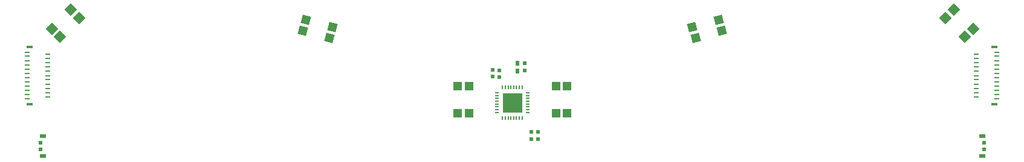
<source format=gbp>
%FSTAX23Y23*%
%MOIN*%
%SFA1B1*%

%IPPOS*%
%AMD29*
4,1,4,0.000000,-0.033400,0.033400,0.000000,0.000000,0.033400,-0.033400,0.000000,0.000000,-0.033400,0.0*
%
%AMD30*
4,1,4,0.028900,-0.016700,0.016700,0.028900,-0.028900,0.016700,-0.016700,-0.028900,0.028900,-0.016700,0.0*
%
%AMD31*
4,1,4,-0.016700,0.028900,-0.028900,-0.016700,0.016700,-0.028900,0.028900,0.016700,-0.016700,0.028900,0.0*
%
%AMD32*
4,1,4,-0.033400,0.000000,0.000000,-0.033400,0.033400,0.000000,0.000000,0.033400,-0.033400,0.000000,0.0*
%
G04~CAMADD=29~10~0.0~472.3~0.0~0.0~0.0~0.0~0~0.0~0.0~0.0~0.0~0~0.0~0.0~0.0~0.0~0~0.0~0.0~0.0~225.0~472.3~0.0*
%ADD29D29*%
G04~CAMADD=30~10~0.0~472.3~0.0~0.0~0.0~0.0~0~0.0~0.0~0.0~0.0~0~0.0~0.0~0.0~0.0~0~0.0~0.0~0.0~285.0~472.3~0.0*
%ADD30D30*%
G04~CAMADD=31~10~0.0~472.3~0.0~0.0~0.0~0.0~0~0.0~0.0~0.0~0.0~0~0.0~0.0~0.0~0.0~0~0.0~0.0~0.0~435.0~472.3~0.0*
%ADD31D31*%
G04~CAMADD=32~10~0.0~472.3~0.0~0.0~0.0~0.0~0~0.0~0.0~0.0~0.0~0~0.0~0.0~0.0~0.0~0~0.0~0.0~0.0~135.0~472.3~0.0*
%ADD32D32*%
%ADD33R,0.047200X0.047200*%
%ADD34R,0.031500X0.010200*%
%ADD35R,0.025600X0.010200*%
%ADD36R,0.033500X0.015700*%
%ADD37R,0.035400X0.023600*%
%ADD38R,0.021700X0.023600*%
%ADD39R,0.022000X0.023600*%
%ADD40R,0.023600X0.022000*%
%ADD41R,0.023600X0.029500*%
%ADD42R,0.110200X0.110200*%
%ADD43R,0.007900X0.019700*%
%ADD44R,0.019700X0.007900*%
%LNglasses_full_v1_small_revised-1*%
%LPD*%
G54D29*
X02389Y0015D03*
X02434Y00195D03*
X02495Y00044D03*
X0254Y00089D03*
G54D30*
X0101Y00038D03*
X00993Y00099D03*
X01154Y00077D03*
X01138Y00138D03*
G54D31*
X-00993Y00099D03*
X-0101Y00038D03*
X-01138Y00138D03*
X-01154Y00077D03*
G54D32*
X-02434Y00195D03*
X-02389Y0015D03*
X-0254Y00089D03*
X-02495Y00044D03*
G54D33*
X-0024Y-00378D03*
X-00303D03*
X-0024Y-00228D03*
X-00303D03*
X00303Y-00378D03*
X0024D03*
X00303Y-00228D03*
X0024D03*
G54D34*
X02671Y-0004D03*
Y-00063D03*
Y-00087D03*
Y-0011D03*
Y-00134D03*
Y-00158D03*
Y-00181D03*
Y-00205D03*
Y-00229D03*
Y-00252D03*
Y-00276D03*
Y-00299D03*
X-02675D03*
Y-00276D03*
Y-00252D03*
Y-00229D03*
Y-00205D03*
Y-00181D03*
Y-00158D03*
Y-00134D03*
Y-0011D03*
Y-00087D03*
Y-00063D03*
Y-0004D03*
G54D35*
X02558Y-00051D03*
Y-00075D03*
Y-00099D03*
Y-00122D03*
Y-00146D03*
Y-0017D03*
Y-00193D03*
Y-00217D03*
Y-0024D03*
Y-00264D03*
Y-00288D03*
X-02562D03*
Y-00264D03*
Y-0024D03*
Y-00217D03*
Y-00193D03*
Y-0017D03*
Y-00146D03*
Y-00122D03*
Y-00099D03*
Y-00075D03*
Y-00051D03*
G54D36*
X02658Y-00012D03*
Y-00327D03*
X-02662D03*
Y-00012D03*
G54D37*
X0259Y-00615D03*
Y-00504D03*
X-02589Y-00615D03*
Y-00504D03*
G54D38*
X02603Y-00577D03*
Y-00542D03*
X-02602Y-00577D03*
Y-00542D03*
G54D39*
X00143Y-0048D03*
X00105D03*
X00143Y-0052D03*
X00106D03*
G54D40*
X-0011Y-00139D03*
Y-00176D03*
X-00071Y-00141D03*
Y-00178D03*
X00068Y-00103D03*
Y-0014D03*
G54D41*
X00028Y-00102D03*
Y-00145D03*
G54D42*
X0Y-0032D03*
G54D43*
X00055Y-00235D03*
X00039D03*
X00023D03*
X00007D03*
X-00007D03*
X-00023D03*
X-00039D03*
X-00055D03*
Y-00404D03*
X-00039D03*
X-00023D03*
X-00007D03*
X00007D03*
X00023D03*
X00039D03*
X00055D03*
G54D44*
X-00084Y-00264D03*
Y-0028D03*
Y-00296D03*
Y-00312D03*
Y-00327D03*
Y-00343D03*
Y-00359D03*
Y-00375D03*
X00084D03*
Y-00359D03*
Y-00343D03*
Y-00327D03*
Y-00312D03*
Y-00296D03*
Y-0028D03*
Y-00264D03*
M02*
</source>
